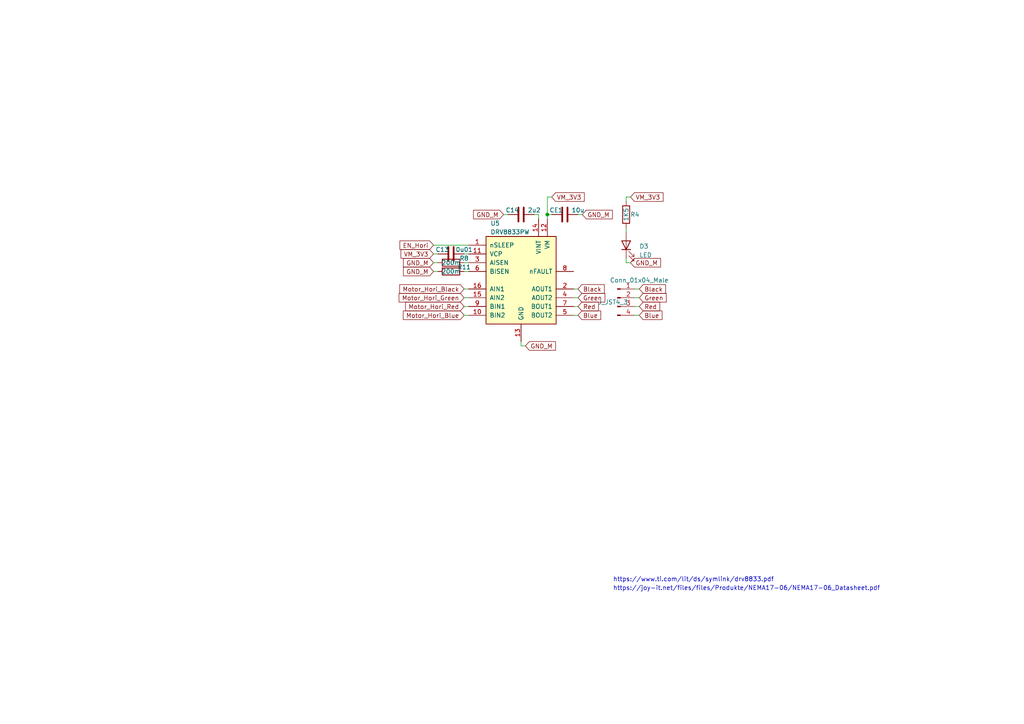
<source format=kicad_sch>
(kicad_sch (version 20211123) (generator eeschema)
  (paper "A4")
  (lib_symbols
    (symbol "Connector:Conn_01x04_Male" (pin_names (offset 1.016) hide)
      (property "Reference" "J" (at 0 5.08 0))
      (property "Value" "Conn_01x04_Male" (at 0 -7.62 0))
      (symbol "Conn_01x04_Male_1_1"
        (polyline (pts (xy 1.27 -5.08) (xy 0.8636 -5.08)) (stroke (width 0.1524)))
        (polyline (pts (xy 1.27 -2.54) (xy 0.8636 -2.54)) (stroke (width 0.1524)))
        (polyline (pts (xy 1.27 0) (xy 0.8636 0)) (stroke (width 0.1524)))
        (polyline (pts (xy 1.27 2.54) (xy 0.8636 2.54)) (stroke (width 0.1524)))
        (rectangle (start 0.8636 -4.953) (end 0 -5.207) (stroke (width 0.1524)) (fill (type outline)))
        (rectangle (start 0.8636 -2.413) (end 0 -2.667) (stroke (width 0.1524)) (fill (type outline)))
        (rectangle (start 0.8636 0.127) (end 0 -0.127) (stroke (width 0.1524)) (fill (type outline)))
        (rectangle (start 0.8636 2.667) (end 0 2.413) (stroke (width 0.1524)) (fill (type outline)))
        (pin passive line (at 5.08 2.54 180) (length 3.81) (name "Pin_1") (number "1"))
        (pin passive line (at 5.08 0 180) (length 3.81) (name "Pin_2") (number "2"))
        (pin passive line (at 5.08 -2.54 180) (length 3.81) (name "Pin_3") (number "3"))
        (pin passive line (at 5.08 -5.08 180) (length 3.81) (name "Pin_4") (number "4"))
      )
    )
    (symbol "Device:C" (pin_numbers hide) (pin_names (offset 0.254))
      (property "Reference" "C" (at 0.635 2.54 0))
      (property "Value" "C" (at 0.635 -2.54 0))
      (symbol "C_0_1"
        (polyline (pts (xy -2.032 -0.762) (xy 2.032 -0.762)) (stroke (width 0.508)))
        (polyline (pts (xy -2.032 0.762) (xy 2.032 0.762)) (stroke (width 0.508)))
      )
      (symbol "C_1_1"
        (pin passive line (at 0 3.81 270) (length 2.794) (name "~") (number "1"))
        (pin passive line (at 0 -3.81 90) (length 2.794) (name "~") (number "2"))
      )
    )
    (symbol "Device:LED" (pin_numbers hide) (pin_names (offset 1.016) hide)
      (property "Reference" "D" (at 0 2.54 0))
      (property "Value" "LED" (at 0 -2.54 0))
      (symbol "LED_0_1"
        (polyline (pts (xy -1.27 -1.27) (xy -1.27 1.27)) (stroke (width 0.254)))
        (polyline (pts (xy -1.27 0) (xy 1.27 0)))
        (polyline (pts (xy 1.27 -1.27) (xy 1.27 1.27) (xy -1.27 0) (xy 1.27 -1.27)) (stroke (width 0.254)))
        (polyline (pts (xy -3.048 -0.762) (xy -4.572 -2.286) (xy -3.81 -2.286) (xy -4.572 -2.286) (xy -4.572 -1.524)))
        (polyline (pts (xy -1.778 -0.762) (xy -3.302 -2.286) (xy -2.54 -2.286) (xy -3.302 -2.286) (xy -3.302 -1.524)))
      )
      (symbol "LED_1_1"
        (pin passive line (at -3.81 0 0) (length 2.54) (name "K") (number "1"))
        (pin passive line (at 3.81 0 180) (length 2.54) (name "A") (number "2"))
      )
    )
    (symbol "Device:R" (pin_numbers hide) (pin_names (offset 0))
      (property "Reference" "R" (at 2.032 0 90))
      (property "Value" "R" (at 0 0 90))
      (symbol "R_0_1"
        (rectangle (start -1.016 -2.54) (end 1.016 2.54) (stroke (width 0.254)))
      )
      (symbol "R_1_1"
        (pin passive line (at 0 3.81 270) (length 1.27) (name "~") (number "1"))
        (pin passive line (at 0 -3.81 90) (length 1.27) (name "~") (number "2"))
      )
    )
    (symbol "Driver_Motor:DRV8833PW" (pin_names (offset 1.016))
      (property "Reference" "U" (at -3.81 16.51 0))
      (property "Value" "DRV8833PW" (at -3.81 13.97 0))
      (symbol "DRV8833PW_0_1"
        (rectangle (start -10.16 12.7) (end 10.16 -12.7) (stroke (width 0.254)) (fill (type background)))
      )
      (symbol "DRV8833PW_1_1"
        (pin input line (at -15.24 10.16 0) (length 5.08) (name "nSLEEP") (number "1"))
        (pin input line (at -15.24 -10.16 0) (length 5.08) (name "BIN2") (number "10"))
        (pin bidirectional line (at -15.24 7.62 0) (length 5.08) (name "VCP") (number "11"))
        (pin power_in line (at 7.62 17.78 270) (length 5.08) (name "VM") (number "12"))
        (pin power_in line (at 0 -17.78 90) (length 5.08) (name "GND") (number "13"))
        (pin power_in line (at 5.08 17.78 270) (length 5.08) (name "VINT") (number "14"))
        (pin input line (at -15.24 -5.08 0) (length 5.08) (name "AIN2") (number "15"))
        (pin input line (at -15.24 -2.54 0) (length 5.08) (name "AIN1") (number "16"))
        (pin power_out line (at 15.24 -2.54 180) (length 5.08) (name "AOUT1") (number "2"))
        (pin bidirectional line (at -15.24 5.08 0) (length 5.08) (name "AISEN") (number "3"))
        (pin power_out line (at 15.24 -5.08 180) (length 5.08) (name "AOUT2") (number "4"))
        (pin power_out line (at 15.24 -10.16 180) (length 5.08) (name "BOUT2") (number "5"))
        (pin bidirectional line (at -15.24 2.54 0) (length 5.08) (name "BISEN") (number "6"))
        (pin power_out line (at 15.24 -7.62 180) (length 5.08) (name "BOUT1") (number "7"))
        (pin open_collector line (at 15.24 2.54 180) (length 5.08) (name "nFAULT") (number "8"))
        (pin input line (at -15.24 -7.62 0) (length 5.08) (name "BIN1") (number "9"))
      )
    )
  )
  (junction (at 158.75 62.23))
  (wire (pts (xy 181.61 57.15) (xy 181.61 58.42)))
  (wire (pts (xy 125.73 73.66) (xy 127 73.66)))
  (wire (pts (xy 184.15 83.82) (xy 185.42 83.82)))
  (wire (pts (xy 134.62 83.82) (xy 135.89 83.82)))
  (wire (pts (xy 182.88 57.15) (xy 181.61 57.15)))
  (wire (pts (xy 160.02 57.15) (xy 158.75 57.15)))
  (wire (pts (xy 158.75 57.15) (xy 158.75 62.23)))
  (wire (pts (xy 134.62 88.9) (xy 135.89 88.9)))
  (wire (pts (xy 125.73 78.74) (xy 127 78.74)))
  (wire (pts (xy 134.62 91.44) (xy 135.89 91.44)))
  (wire (pts (xy 134.62 78.74) (xy 135.89 78.74)))
  (wire (pts (xy 125.73 76.2) (xy 127 76.2)))
  (wire (pts (xy 154.94 62.23) (xy 156.21 62.23)))
  (wire (pts (xy 184.15 86.36) (xy 185.42 86.36)))
  (wire (pts (xy 125.73 71.12) (xy 135.89 71.12)))
  (wire (pts (xy 184.15 88.9) (xy 185.42 88.9)))
  (wire (pts (xy 146.05 62.23) (xy 147.32 62.23)))
  (wire (pts (xy 181.61 74.93) (xy 181.61 76.2)))
  (wire (pts (xy 166.37 86.36) (xy 167.64 86.36)))
  (wire (pts (xy 181.61 66.04) (xy 181.61 67.31)))
  (wire (pts (xy 167.64 62.23) (xy 168.91 62.23)))
  (wire (pts (xy 151.13 99.06) (xy 151.13 100.33)))
  (wire (pts (xy 158.75 62.23) (xy 160.02 62.23)))
  (wire (pts (xy 151.13 100.33) (xy 152.4 100.33)))
  (wire (pts (xy 134.62 76.2) (xy 135.89 76.2)))
  (wire (pts (xy 166.37 83.82) (xy 167.64 83.82)))
  (wire (pts (xy 158.75 63.5) (xy 158.75 62.23)))
  (wire (pts (xy 184.15 91.44) (xy 185.42 91.44)))
  (wire (pts (xy 134.62 73.66) (xy 135.89 73.66)))
  (wire (pts (xy 134.62 86.36) (xy 135.89 86.36)))
  (wire (pts (xy 166.37 91.44) (xy 167.64 91.44)))
  (wire (pts (xy 166.37 88.9) (xy 167.64 88.9)))
  (wire (pts (xy 181.61 76.2) (xy 182.88 76.2)))
  (wire (pts (xy 156.21 62.23) (xy 156.21 63.5)))
  (text "https://www.ti.com/lit/ds/symlink/drv8833.pdf" (at 177.8 168.91 0) (effects (font (size 1.27 1.27)) (justify left bottom)))
  (text "https://joy-it.net/files/files/Produkte/NEMA17-06/NEMA17-06_Datasheet.pdf" (at 177.8 171.45 0) (effects (font (size 1.27 1.27)) (justify left bottom)))
  (global_label "GND_M" (shape input) (at 152.4 100.33 0) (property "Intersheet References" "${INTERSHEET_REFS}" (effects hide)))
  (global_label "EN_Hori" (shape input) (at 125.73 71.12 180) (property "Intersheet References" "${INTERSHEET_REFS}" (effects hide)))
  (global_label "Motor_Hori_Black" (shape input) (at 134.62 83.82 180) (property "Intersheet References" "${INTERSHEET_REFS}" (effects hide)))
  (global_label "Black" (shape input) (at 167.64 83.82 0) (property "Intersheet References" "${INTERSHEET_REFS}" (effects hide)))
  (global_label "GND_M" (shape input) (at 168.91 62.23 0) (property "Intersheet References" "${INTERSHEET_REFS}" (effects hide)))
  (global_label "Red" (shape input) (at 185.42 88.9 0) (property "Intersheet References" "${INTERSHEET_REFS}" (effects hide)))
  (global_label "Motor_Hori_Red" (shape input) (at 134.62 88.9 180) (property "Intersheet References" "${INTERSHEET_REFS}" (effects hide)))
  (global_label "GND_M" (shape input) (at 146.05 62.23 180) (property "Intersheet References" "${INTERSHEET_REFS}" (effects hide)))
  (global_label "Red" (shape input) (at 167.64 88.9 0) (property "Intersheet References" "${INTERSHEET_REFS}" (effects hide)))
  (global_label "GND_M" (shape input) (at 125.73 78.74 180) (property "Intersheet References" "${INTERSHEET_REFS}" (effects hide)))
  (global_label "GND_M" (shape input) (at 182.88 76.2 0) (property "Intersheet References" "${INTERSHEET_REFS}" (effects hide)))
  (global_label "Blue" (shape input) (at 167.64 91.44 0) (property "Intersheet References" "${INTERSHEET_REFS}" (effects hide)))
  (global_label "GND_M" (shape input) (at 125.73 76.2 180) (property "Intersheet References" "${INTERSHEET_REFS}" (effects hide)))
  (global_label "VM_3V3" (shape input) (at 160.02 57.15 0) (property "Intersheet References" "${INTERSHEET_REFS}" (effects hide)))
  (global_label "Motor_Hori_Blue" (shape input) (at 134.62 91.44 180) (property "Intersheet References" "${INTERSHEET_REFS}" (effects hide)))
  (global_label "Green" (shape input) (at 167.64 86.36 0) (property "Intersheet References" "${INTERSHEET_REFS}" (effects hide)))
  (global_label "VM_3V3" (shape input) (at 182.88 57.15 0) (property "Intersheet References" "${INTERSHEET_REFS}" (effects hide)))
  (global_label "Motor_Hori_Green" (shape input) (at 134.62 86.36 180) (property "Intersheet References" "${INTERSHEET_REFS}" (effects hide)))
  (global_label "Green" (shape input) (at 185.42 86.36 0) (property "Intersheet References" "${INTERSHEET_REFS}" (effects hide)))
  (global_label "VM_3V3" (shape input) (at 125.73 73.66 180) (property "Intersheet References" "${INTERSHEET_REFS}" (effects hide)))
  (global_label "Blue" (shape input) (at 185.42 91.44 0) (property "Intersheet References" "${INTERSHEET_REFS}" (effects hide)))
  (global_label "Black" (shape input) (at 185.42 83.82 0) (property "Intersheet References" "${INTERSHEET_REFS}" (effects hide)))
  (symbol (lib_id "Device:R") (at 130.81 78.74 270) (unit 1)
    (property "Reference" "R11" (at 134.62 77.47 90))
    (property "Value" "200m" (at 130.81 78.74 90))
    (property "Footprint" "Resistor_SMD:R_0805_2012Metric" (effects hide))
  )
  (symbol (lib_id "Device:C") (at 130.81 73.66 90) (unit 1)
    (property "Reference" "C13" (at 128.27 72.39 90))
    (property "Value" "0u01" (at 134.62 72.39 90))
    (property "Footprint" "Capacitor_SMD:C_0805_2012Metric" (effects hide))
  )
  (symbol (lib_id "Device:C") (at 163.83 62.23 90) (unit 1)
    (property "Reference" "CE1" (at 161.29 60.96 90))
    (property "Value" "10u" (at 167.64 60.96 90))
    (property "Footprint" "Capacitor_THT:CP_Radial_D5.0mm_P2.50mm" (effects hide))
  )
  (symbol (lib_id "Device:LED") (at 181.61 71.12 90) (unit 1)
    (property "Reference" "D3" (at 185.42 71.4374 90) (effects (justify right)))
    (property "Value" "LED" (at 185.42 73.9774 90) (effects (justify right)))
    (property "Footprint" "LED_SMD:LED_0805_2012Metric" (effects hide))
  )
  (symbol (lib_id "Device:R") (at 181.61 62.23 0) (unit 1)
    (property "Reference" "R4" (at 184.15 62.23 0))
    (property "Value" "1K5" (at 181.61 62.23 90))
    (property "Footprint" "Resistor_SMD:R_0805_2012Metric" (effects hide))
  )
  (symbol (lib_id "Driver_Motor:DRV8833PW") (at 151.13 81.28 0) (unit 1)
    (property "Reference" "U5" (at 142.24 64.77 0) (effects (justify left)))
    (property "Value" "DRV8833PW" (at 142.24 67.31 0) (effects (justify left)))
    (property "Footprint" "Package_SO:TSSOP-16_4.4x5mm_P0.65mm" (effects hide))
    (property "Datasheet" "http://www.ti.com/lit/ds/symlink/drv8833.pdf" (effects hide))
  )
  (symbol (lib_id "Connector:Conn_01x04_Male") (at 179.07 86.36 0) (unit 1)
    (property "Reference" "J_JST4_3" (at 177.8 87.63 0))
    (property "Value" "Conn_01x04_Male" (at 185.42 81.28 0))
    (property "Footprint" "Connector_JST:JST_XH_B4B-XH-A_1x04_P2.50mm_Vertical" (effects hide))
  )
  (symbol (lib_id "Device:C") (at 151.13 62.23 90) (unit 1)
    (property "Reference" "C14" (at 148.59 60.96 90))
    (property "Value" "2u2" (at 154.94 60.96 90))
    (property "Footprint" "Capacitor_SMD:C_0805_2012Metric" (effects hide))
  )
  (symbol (lib_id "Device:R") (at 130.81 76.2 270) (unit 1)
    (property "Reference" "R8" (at 134.62 74.93 90))
    (property "Value" "200m" (at 130.81 76.2 90))
    (property "Footprint" "Resistor_SMD:R_0805_2012Metric" (effects hide))
  )
)
</source>
